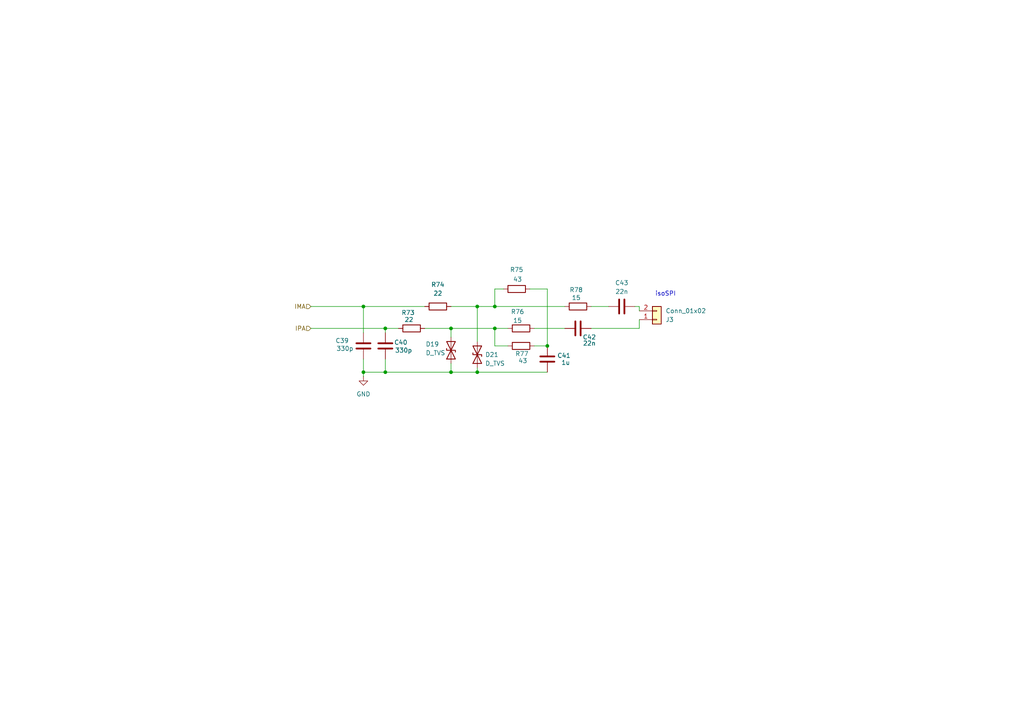
<source format=kicad_sch>
(kicad_sch
	(version 20231120)
	(generator "eeschema")
	(generator_version "8.0")
	(uuid "d48e6cb3-48f9-4c21-9baa-09f4c20a7826")
	(paper "A4")
	(lib_symbols
		(symbol "Connector_Generic:Conn_01x02"
			(pin_names
				(offset 1.016) hide)
			(exclude_from_sim no)
			(in_bom yes)
			(on_board yes)
			(property "Reference" "J"
				(at 0 2.54 0)
				(effects
					(font
						(size 1.27 1.27)
					)
				)
			)
			(property "Value" "Conn_01x02"
				(at 0 -5.08 0)
				(effects
					(font
						(size 1.27 1.27)
					)
				)
			)
			(property "Footprint" ""
				(at 0 0 0)
				(effects
					(font
						(size 1.27 1.27)
					)
					(hide yes)
				)
			)
			(property "Datasheet" "~"
				(at 0 0 0)
				(effects
					(font
						(size 1.27 1.27)
					)
					(hide yes)
				)
			)
			(property "Description" "Generic connector, single row, 01x02, script generated (kicad-library-utils/schlib/autogen/connector/)"
				(at 0 0 0)
				(effects
					(font
						(size 1.27 1.27)
					)
					(hide yes)
				)
			)
			(property "ki_keywords" "connector"
				(at 0 0 0)
				(effects
					(font
						(size 1.27 1.27)
					)
					(hide yes)
				)
			)
			(property "ki_fp_filters" "Connector*:*_1x??_*"
				(at 0 0 0)
				(effects
					(font
						(size 1.27 1.27)
					)
					(hide yes)
				)
			)
			(symbol "Conn_01x02_1_1"
				(rectangle
					(start -1.27 -2.413)
					(end 0 -2.667)
					(stroke
						(width 0.1524)
						(type default)
					)
					(fill
						(type none)
					)
				)
				(rectangle
					(start -1.27 0.127)
					(end 0 -0.127)
					(stroke
						(width 0.1524)
						(type default)
					)
					(fill
						(type none)
					)
				)
				(rectangle
					(start -1.27 1.27)
					(end 1.27 -3.81)
					(stroke
						(width 0.254)
						(type default)
					)
					(fill
						(type background)
					)
				)
				(pin passive line
					(at -5.08 0 0)
					(length 3.81)
					(name "Pin_1"
						(effects
							(font
								(size 1.27 1.27)
							)
						)
					)
					(number "1"
						(effects
							(font
								(size 1.27 1.27)
							)
						)
					)
				)
				(pin passive line
					(at -5.08 -2.54 0)
					(length 3.81)
					(name "Pin_2"
						(effects
							(font
								(size 1.27 1.27)
							)
						)
					)
					(number "2"
						(effects
							(font
								(size 1.27 1.27)
							)
						)
					)
				)
			)
		)
		(symbol "Device:C"
			(pin_numbers hide)
			(pin_names
				(offset 0.254)
			)
			(exclude_from_sim no)
			(in_bom yes)
			(on_board yes)
			(property "Reference" "C"
				(at 0.635 2.54 0)
				(effects
					(font
						(size 1.27 1.27)
					)
					(justify left)
				)
			)
			(property "Value" "C"
				(at 0.635 -2.54 0)
				(effects
					(font
						(size 1.27 1.27)
					)
					(justify left)
				)
			)
			(property "Footprint" ""
				(at 0.9652 -3.81 0)
				(effects
					(font
						(size 1.27 1.27)
					)
					(hide yes)
				)
			)
			(property "Datasheet" "~"
				(at 0 0 0)
				(effects
					(font
						(size 1.27 1.27)
					)
					(hide yes)
				)
			)
			(property "Description" "Unpolarized capacitor"
				(at 0 0 0)
				(effects
					(font
						(size 1.27 1.27)
					)
					(hide yes)
				)
			)
			(property "ki_keywords" "cap capacitor"
				(at 0 0 0)
				(effects
					(font
						(size 1.27 1.27)
					)
					(hide yes)
				)
			)
			(property "ki_fp_filters" "C_*"
				(at 0 0 0)
				(effects
					(font
						(size 1.27 1.27)
					)
					(hide yes)
				)
			)
			(symbol "C_0_1"
				(polyline
					(pts
						(xy -2.032 -0.762) (xy 2.032 -0.762)
					)
					(stroke
						(width 0.508)
						(type default)
					)
					(fill
						(type none)
					)
				)
				(polyline
					(pts
						(xy -2.032 0.762) (xy 2.032 0.762)
					)
					(stroke
						(width 0.508)
						(type default)
					)
					(fill
						(type none)
					)
				)
			)
			(symbol "C_1_1"
				(pin passive line
					(at 0 3.81 270)
					(length 2.794)
					(name "~"
						(effects
							(font
								(size 1.27 1.27)
							)
						)
					)
					(number "1"
						(effects
							(font
								(size 1.27 1.27)
							)
						)
					)
				)
				(pin passive line
					(at 0 -3.81 90)
					(length 2.794)
					(name "~"
						(effects
							(font
								(size 1.27 1.27)
							)
						)
					)
					(number "2"
						(effects
							(font
								(size 1.27 1.27)
							)
						)
					)
				)
			)
		)
		(symbol "Device:D_TVS"
			(pin_numbers hide)
			(pin_names
				(offset 1.016) hide)
			(exclude_from_sim no)
			(in_bom yes)
			(on_board yes)
			(property "Reference" "D"
				(at 0 2.54 0)
				(effects
					(font
						(size 1.27 1.27)
					)
				)
			)
			(property "Value" "D_TVS"
				(at 0 -2.54 0)
				(effects
					(font
						(size 1.27 1.27)
					)
				)
			)
			(property "Footprint" ""
				(at 0 0 0)
				(effects
					(font
						(size 1.27 1.27)
					)
					(hide yes)
				)
			)
			(property "Datasheet" "~"
				(at 0 0 0)
				(effects
					(font
						(size 1.27 1.27)
					)
					(hide yes)
				)
			)
			(property "Description" "Bidirectional transient-voltage-suppression diode"
				(at 0 0 0)
				(effects
					(font
						(size 1.27 1.27)
					)
					(hide yes)
				)
			)
			(property "ki_keywords" "diode TVS thyrector"
				(at 0 0 0)
				(effects
					(font
						(size 1.27 1.27)
					)
					(hide yes)
				)
			)
			(property "ki_fp_filters" "TO-???* *_Diode_* *SingleDiode* D_*"
				(at 0 0 0)
				(effects
					(font
						(size 1.27 1.27)
					)
					(hide yes)
				)
			)
			(symbol "D_TVS_0_1"
				(polyline
					(pts
						(xy 1.27 0) (xy -1.27 0)
					)
					(stroke
						(width 0)
						(type default)
					)
					(fill
						(type none)
					)
				)
				(polyline
					(pts
						(xy 0.508 1.27) (xy 0 1.27) (xy 0 -1.27) (xy -0.508 -1.27)
					)
					(stroke
						(width 0.254)
						(type default)
					)
					(fill
						(type none)
					)
				)
				(polyline
					(pts
						(xy -2.54 1.27) (xy -2.54 -1.27) (xy 2.54 1.27) (xy 2.54 -1.27) (xy -2.54 1.27)
					)
					(stroke
						(width 0.254)
						(type default)
					)
					(fill
						(type none)
					)
				)
			)
			(symbol "D_TVS_1_1"
				(pin passive line
					(at -3.81 0 0)
					(length 2.54)
					(name "A1"
						(effects
							(font
								(size 1.27 1.27)
							)
						)
					)
					(number "1"
						(effects
							(font
								(size 1.27 1.27)
							)
						)
					)
				)
				(pin passive line
					(at 3.81 0 180)
					(length 2.54)
					(name "A2"
						(effects
							(font
								(size 1.27 1.27)
							)
						)
					)
					(number "2"
						(effects
							(font
								(size 1.27 1.27)
							)
						)
					)
				)
			)
		)
		(symbol "Device:R"
			(pin_numbers hide)
			(pin_names
				(offset 0)
			)
			(exclude_from_sim no)
			(in_bom yes)
			(on_board yes)
			(property "Reference" "R"
				(at 2.032 0 90)
				(effects
					(font
						(size 1.27 1.27)
					)
				)
			)
			(property "Value" "R"
				(at 0 0 90)
				(effects
					(font
						(size 1.27 1.27)
					)
				)
			)
			(property "Footprint" ""
				(at -1.778 0 90)
				(effects
					(font
						(size 1.27 1.27)
					)
					(hide yes)
				)
			)
			(property "Datasheet" "~"
				(at 0 0 0)
				(effects
					(font
						(size 1.27 1.27)
					)
					(hide yes)
				)
			)
			(property "Description" "Resistor"
				(at 0 0 0)
				(effects
					(font
						(size 1.27 1.27)
					)
					(hide yes)
				)
			)
			(property "ki_keywords" "R res resistor"
				(at 0 0 0)
				(effects
					(font
						(size 1.27 1.27)
					)
					(hide yes)
				)
			)
			(property "ki_fp_filters" "R_*"
				(at 0 0 0)
				(effects
					(font
						(size 1.27 1.27)
					)
					(hide yes)
				)
			)
			(symbol "R_0_1"
				(rectangle
					(start -1.016 -2.54)
					(end 1.016 2.54)
					(stroke
						(width 0.254)
						(type default)
					)
					(fill
						(type none)
					)
				)
			)
			(symbol "R_1_1"
				(pin passive line
					(at 0 3.81 270)
					(length 1.27)
					(name "~"
						(effects
							(font
								(size 1.27 1.27)
							)
						)
					)
					(number "1"
						(effects
							(font
								(size 1.27 1.27)
							)
						)
					)
				)
				(pin passive line
					(at 0 -3.81 90)
					(length 1.27)
					(name "~"
						(effects
							(font
								(size 1.27 1.27)
							)
						)
					)
					(number "2"
						(effects
							(font
								(size 1.27 1.27)
							)
						)
					)
				)
			)
		)
		(symbol "power:GND1"
			(power)
			(pin_numbers hide)
			(pin_names
				(offset 0) hide)
			(exclude_from_sim no)
			(in_bom yes)
			(on_board yes)
			(property "Reference" "#PWR"
				(at 0 -6.35 0)
				(effects
					(font
						(size 1.27 1.27)
					)
					(hide yes)
				)
			)
			(property "Value" "GND1"
				(at 0 -3.81 0)
				(effects
					(font
						(size 1.27 1.27)
					)
				)
			)
			(property "Footprint" ""
				(at 0 0 0)
				(effects
					(font
						(size 1.27 1.27)
					)
					(hide yes)
				)
			)
			(property "Datasheet" ""
				(at 0 0 0)
				(effects
					(font
						(size 1.27 1.27)
					)
					(hide yes)
				)
			)
			(property "Description" "Power symbol creates a global label with name \"GND1\" , ground"
				(at 0 0 0)
				(effects
					(font
						(size 1.27 1.27)
					)
					(hide yes)
				)
			)
			(property "ki_keywords" "global power"
				(at 0 0 0)
				(effects
					(font
						(size 1.27 1.27)
					)
					(hide yes)
				)
			)
			(symbol "GND1_0_1"
				(polyline
					(pts
						(xy 0 0) (xy 0 -1.27) (xy 1.27 -1.27) (xy 0 -2.54) (xy -1.27 -1.27) (xy 0 -1.27)
					)
					(stroke
						(width 0)
						(type default)
					)
					(fill
						(type none)
					)
				)
			)
			(symbol "GND1_1_1"
				(pin power_in line
					(at 0 0 270)
					(length 0)
					(name "~"
						(effects
							(font
								(size 1.27 1.27)
							)
						)
					)
					(number "1"
						(effects
							(font
								(size 1.27 1.27)
							)
						)
					)
				)
			)
		)
	)
	(junction
		(at 111.76 95.25)
		(diameter 0)
		(color 0 0 0 0)
		(uuid "27747a79-7a87-4e2c-889c-e34232456a3b")
	)
	(junction
		(at 130.81 95.25)
		(diameter 0)
		(color 0 0 0 0)
		(uuid "3efd3828-bcf3-44be-8746-c8474ba7336f")
	)
	(junction
		(at 105.41 107.95)
		(diameter 0)
		(color 0 0 0 0)
		(uuid "557d22a6-7892-4929-90ab-7213a4e75e79")
	)
	(junction
		(at 138.43 107.95)
		(diameter 0)
		(color 0 0 0 0)
		(uuid "6ee50392-ed19-4179-9fa4-68ccc2a34caf")
	)
	(junction
		(at 143.51 95.25)
		(diameter 0)
		(color 0 0 0 0)
		(uuid "74fa3448-b83e-42cd-954e-7f304352d3b2")
	)
	(junction
		(at 111.76 107.95)
		(diameter 0)
		(color 0 0 0 0)
		(uuid "79de400e-8b9e-4d19-b5f3-5d2f62467be3")
	)
	(junction
		(at 105.41 88.9)
		(diameter 0)
		(color 0 0 0 0)
		(uuid "801e9bda-02c2-4be8-86e3-48d12336e4d8")
	)
	(junction
		(at 138.43 88.9)
		(diameter 0)
		(color 0 0 0 0)
		(uuid "8975269e-ee44-40f1-9e31-f0e2ed6cf545")
	)
	(junction
		(at 158.75 100.33)
		(diameter 0)
		(color 0 0 0 0)
		(uuid "c1caf8f8-47ee-4eb2-89bc-37197a3c09e1")
	)
	(junction
		(at 143.51 88.9)
		(diameter 0)
		(color 0 0 0 0)
		(uuid "d6912f87-9c95-491e-bcdb-e359f7213edd")
	)
	(junction
		(at 130.81 107.95)
		(diameter 0)
		(color 0 0 0 0)
		(uuid "e8a5bd47-4f89-42e8-8c7c-0efcfa574a61")
	)
	(wire
		(pts
			(xy 130.81 107.95) (xy 138.43 107.95)
		)
		(stroke
			(width 0)
			(type default)
		)
		(uuid "01e4a656-02e0-4890-88fb-4b1e22584473")
	)
	(wire
		(pts
			(xy 184.15 88.9) (xy 185.42 88.9)
		)
		(stroke
			(width 0)
			(type default)
		)
		(uuid "0ed241c6-af8b-4980-84c2-4714e50cb877")
	)
	(wire
		(pts
			(xy 171.45 95.25) (xy 185.42 95.25)
		)
		(stroke
			(width 0)
			(type default)
		)
		(uuid "18869571-1810-4cbc-9d8a-27ddf63b8926")
	)
	(wire
		(pts
			(xy 143.51 95.25) (xy 143.51 100.33)
		)
		(stroke
			(width 0)
			(type default)
		)
		(uuid "20c2e0e0-6560-42c8-b958-99b1409c241b")
	)
	(wire
		(pts
			(xy 111.76 107.95) (xy 130.81 107.95)
		)
		(stroke
			(width 0)
			(type default)
		)
		(uuid "24205c3a-1d33-4c04-a27e-02bd7f2d5f17")
	)
	(wire
		(pts
			(xy 105.41 96.52) (xy 105.41 88.9)
		)
		(stroke
			(width 0)
			(type default)
		)
		(uuid "28a0e3db-8cb0-4f55-912d-d414412dbfd3")
	)
	(wire
		(pts
			(xy 123.19 95.25) (xy 130.81 95.25)
		)
		(stroke
			(width 0)
			(type default)
		)
		(uuid "30193b1c-27b9-4566-b06d-b49c47e2cd48")
	)
	(wire
		(pts
			(xy 143.51 100.33) (xy 147.32 100.33)
		)
		(stroke
			(width 0)
			(type default)
		)
		(uuid "36d3a036-16c6-4cf0-8e37-8208f18bfd82")
	)
	(wire
		(pts
			(xy 138.43 107.95) (xy 158.75 107.95)
		)
		(stroke
			(width 0)
			(type default)
		)
		(uuid "3d73bbdf-a4bc-447b-853a-94286719e889")
	)
	(wire
		(pts
			(xy 105.41 107.95) (xy 105.41 104.14)
		)
		(stroke
			(width 0)
			(type default)
		)
		(uuid "3db4047c-7c38-46fe-80dc-95631e1c3e1e")
	)
	(wire
		(pts
			(xy 111.76 96.52) (xy 111.76 95.25)
		)
		(stroke
			(width 0)
			(type default)
		)
		(uuid "4cdb9f5f-83b9-40a0-9136-897d82bdfb17")
	)
	(wire
		(pts
			(xy 143.51 95.25) (xy 147.32 95.25)
		)
		(stroke
			(width 0)
			(type default)
		)
		(uuid "5a37aee1-6e9b-4b1c-a9f7-bbe4a4f4388d")
	)
	(wire
		(pts
			(xy 105.41 107.95) (xy 105.41 109.22)
		)
		(stroke
			(width 0)
			(type default)
		)
		(uuid "5a3d013f-fde2-45b4-b9cd-5ead0849d67e")
	)
	(wire
		(pts
			(xy 138.43 88.9) (xy 143.51 88.9)
		)
		(stroke
			(width 0)
			(type default)
		)
		(uuid "5c365213-1d49-4bbc-bea7-da96b6315abe")
	)
	(wire
		(pts
			(xy 130.81 105.41) (xy 130.81 107.95)
		)
		(stroke
			(width 0)
			(type default)
		)
		(uuid "5f0abe0d-10db-49ef-9119-8866c99c0c75")
	)
	(wire
		(pts
			(xy 185.42 88.9) (xy 185.42 90.17)
		)
		(stroke
			(width 0)
			(type default)
		)
		(uuid "5fb472d5-e175-4105-8606-bf4510734575")
	)
	(wire
		(pts
			(xy 176.53 88.9) (xy 171.45 88.9)
		)
		(stroke
			(width 0)
			(type default)
		)
		(uuid "6aac2063-4208-4e8d-952c-9887588f97e1")
	)
	(wire
		(pts
			(xy 105.41 88.9) (xy 123.19 88.9)
		)
		(stroke
			(width 0)
			(type default)
		)
		(uuid "73d5b69b-e9a7-4174-a1c7-150384ed568d")
	)
	(wire
		(pts
			(xy 90.17 88.9) (xy 105.41 88.9)
		)
		(stroke
			(width 0)
			(type default)
		)
		(uuid "758599b1-289b-4c68-bebf-42cf72bdff42")
	)
	(wire
		(pts
			(xy 154.94 95.25) (xy 163.83 95.25)
		)
		(stroke
			(width 0)
			(type default)
		)
		(uuid "795edb72-f623-4a43-8d8c-84c5ee3256e2")
	)
	(wire
		(pts
			(xy 143.51 83.82) (xy 146.05 83.82)
		)
		(stroke
			(width 0)
			(type default)
		)
		(uuid "79ac7c54-d381-4f22-ae5f-c75422c47c99")
	)
	(wire
		(pts
			(xy 130.81 95.25) (xy 130.81 97.79)
		)
		(stroke
			(width 0)
			(type default)
		)
		(uuid "802c67c7-f973-4629-bae3-7cbff69f0f7e")
	)
	(wire
		(pts
			(xy 143.51 88.9) (xy 143.51 83.82)
		)
		(stroke
			(width 0)
			(type default)
		)
		(uuid "853e297e-19ef-4037-a64c-84970b525742")
	)
	(wire
		(pts
			(xy 153.67 83.82) (xy 158.75 83.82)
		)
		(stroke
			(width 0)
			(type default)
		)
		(uuid "86bd3470-67c7-49ba-a5c6-4e4025f318db")
	)
	(wire
		(pts
			(xy 111.76 95.25) (xy 115.57 95.25)
		)
		(stroke
			(width 0)
			(type default)
		)
		(uuid "890089d1-52ad-419f-b45f-c9957b883eb4")
	)
	(wire
		(pts
			(xy 90.17 95.25) (xy 111.76 95.25)
		)
		(stroke
			(width 0)
			(type default)
		)
		(uuid "8fd263cc-b2ad-45c1-899a-98d687fb2ee3")
	)
	(wire
		(pts
			(xy 143.51 88.9) (xy 163.83 88.9)
		)
		(stroke
			(width 0)
			(type default)
		)
		(uuid "935dbff3-f1fa-4fff-a54f-2a16b4603c5a")
	)
	(wire
		(pts
			(xy 138.43 106.68) (xy 138.43 107.95)
		)
		(stroke
			(width 0)
			(type default)
		)
		(uuid "9c96c272-bf40-4b39-a3d1-e9244ecb4330")
	)
	(wire
		(pts
			(xy 130.81 88.9) (xy 138.43 88.9)
		)
		(stroke
			(width 0)
			(type default)
		)
		(uuid "a32c16de-66c0-4750-a773-b5a364079b7e")
	)
	(wire
		(pts
			(xy 158.75 83.82) (xy 158.75 100.33)
		)
		(stroke
			(width 0)
			(type default)
		)
		(uuid "b36ea9f0-7589-43f9-be9e-ffb5a0fc146f")
	)
	(wire
		(pts
			(xy 138.43 88.9) (xy 138.43 99.06)
		)
		(stroke
			(width 0)
			(type default)
		)
		(uuid "d9023391-99b4-4e2f-9b87-7b5fc5881d56")
	)
	(wire
		(pts
			(xy 105.41 107.95) (xy 111.76 107.95)
		)
		(stroke
			(width 0)
			(type default)
		)
		(uuid "dadd7f17-958b-420d-876f-5f6e18bc5e89")
	)
	(wire
		(pts
			(xy 158.75 100.33) (xy 154.94 100.33)
		)
		(stroke
			(width 0)
			(type default)
		)
		(uuid "dd8c9508-aa90-4e48-8048-a75f7c43bf9a")
	)
	(wire
		(pts
			(xy 130.81 95.25) (xy 143.51 95.25)
		)
		(stroke
			(width 0)
			(type default)
		)
		(uuid "f026c035-fed3-4485-b8f2-62005f35ab7e")
	)
	(wire
		(pts
			(xy 111.76 104.14) (xy 111.76 107.95)
		)
		(stroke
			(width 0)
			(type default)
		)
		(uuid "f1a6ad41-95d4-4d23-a627-4f07b038a1a6")
	)
	(wire
		(pts
			(xy 185.42 92.71) (xy 185.42 95.25)
		)
		(stroke
			(width 0)
			(type default)
		)
		(uuid "f29fe388-159e-4d60-be0c-8358c9c0114e")
	)
	(text "isoSPI\n\n\n\n"
		(exclude_from_sim no)
		(at 193.04 88.392 0)
		(effects
			(font
				(size 1.27 1.27)
			)
		)
		(uuid "d1f6a8ce-ee8d-40f3-901a-b29c9f0545d6")
	)
	(hierarchical_label "IMA"
		(shape input)
		(at 90.17 88.9 180)
		(fields_autoplaced yes)
		(effects
			(font
				(size 1.27 1.27)
			)
			(justify right)
		)
		(uuid "12576b78-c8ca-4bf6-a82e-1b29c080d7a3")
	)
	(hierarchical_label "IPA"
		(shape input)
		(at 90.17 95.25 180)
		(fields_autoplaced yes)
		(effects
			(font
				(size 1.27 1.27)
			)
			(justify right)
		)
		(uuid "bd63a786-ee0a-4f30-923f-ae4345751c20")
	)
	(symbol
		(lib_id "Device:R")
		(at 119.38 95.25 90)
		(unit 1)
		(exclude_from_sim no)
		(in_bom yes)
		(on_board yes)
		(dnp no)
		(uuid "1372b5c7-6867-4a66-8226-a73bcc558268")
		(property "Reference" "R73"
			(at 118.364 90.678 90)
			(effects
				(font
					(size 1.27 1.27)
				)
			)
		)
		(property "Value" "22"
			(at 118.618 92.71 90)
			(effects
				(font
					(size 1.27 1.27)
				)
			)
		)
		(property "Footprint" ""
			(at 119.38 97.028 90)
			(effects
				(font
					(size 1.27 1.27)
				)
				(hide yes)
			)
		)
		(property "Datasheet" "~"
			(at 119.38 95.25 0)
			(effects
				(font
					(size 1.27 1.27)
				)
				(hide yes)
			)
		)
		(property "Description" "Resistor"
			(at 119.38 95.25 0)
			(effects
				(font
					(size 1.27 1.27)
				)
				(hide yes)
			)
		)
		(pin "2"
			(uuid "a2c4b387-0961-4ea1-9bd8-78a30e62de18")
		)
		(pin "1"
			(uuid "e907b97c-7d1a-4c71-8bdc-def1b2c77845")
		)
		(instances
			(project "FT25_AMS_Slave"
				(path "/64eac9c4-e018-49db-b598-a7107a0db15b/018c20c0-8735-4c0a-80fe-7c0fb19f9c30"
					(reference "R73")
					(unit 1)
				)
			)
		)
	)
	(symbol
		(lib_id "Device:C")
		(at 158.75 104.14 180)
		(unit 1)
		(exclude_from_sim no)
		(in_bom yes)
		(on_board yes)
		(dnp no)
		(uuid "16159533-944f-49e1-9dbc-80d921094667")
		(property "Reference" "C41"
			(at 163.576 103.124 0)
			(effects
				(font
					(size 1.27 1.27)
				)
			)
		)
		(property "Value" "1u"
			(at 164.084 105.156 0)
			(effects
				(font
					(size 1.27 1.27)
				)
			)
		)
		(property "Footprint" ""
			(at 157.7848 100.33 0)
			(effects
				(font
					(size 1.27 1.27)
				)
				(hide yes)
			)
		)
		(property "Datasheet" "~"
			(at 158.75 104.14 0)
			(effects
				(font
					(size 1.27 1.27)
				)
				(hide yes)
			)
		)
		(property "Description" "Unpolarized capacitor"
			(at 158.75 104.14 0)
			(effects
				(font
					(size 1.27 1.27)
				)
				(hide yes)
			)
		)
		(pin "1"
			(uuid "6facaa07-8850-4900-8ae4-e8423ccdddb9")
		)
		(pin "2"
			(uuid "a9708add-14c1-4d90-8238-e21d10a308b3")
		)
		(instances
			(project "FT25_AMS_Slave"
				(path "/64eac9c4-e018-49db-b598-a7107a0db15b/018c20c0-8735-4c0a-80fe-7c0fb19f9c30"
					(reference "C41")
					(unit 1)
				)
			)
		)
	)
	(symbol
		(lib_id "Connector_Generic:Conn_01x02")
		(at 190.5 92.71 0)
		(mirror x)
		(unit 1)
		(exclude_from_sim no)
		(in_bom yes)
		(on_board yes)
		(dnp no)
		(uuid "26a07cf5-7b3d-4324-bb08-5e4032a32f11")
		(property "Reference" "J3"
			(at 193.04 92.7101 0)
			(effects
				(font
					(size 1.27 1.27)
				)
				(justify left)
			)
		)
		(property "Value" "Conn_01x02"
			(at 193.04 90.1701 0)
			(effects
				(font
					(size 1.27 1.27)
				)
				(justify left)
			)
		)
		(property "Footprint" ""
			(at 190.5 92.71 0)
			(effects
				(font
					(size 1.27 1.27)
				)
				(hide yes)
			)
		)
		(property "Datasheet" "~"
			(at 190.5 92.71 0)
			(effects
				(font
					(size 1.27 1.27)
				)
				(hide yes)
			)
		)
		(property "Description" "Generic connector, single row, 01x02, script generated (kicad-library-utils/schlib/autogen/connector/)"
			(at 190.5 92.71 0)
			(effects
				(font
					(size 1.27 1.27)
				)
				(hide yes)
			)
		)
		(pin "1"
			(uuid "64c45bbe-ea40-441a-967a-d54b2674cdb4")
		)
		(pin "2"
			(uuid "24c05bdd-fee5-4cba-8fca-497aea8e7086")
		)
		(instances
			(project "FT25_AMS_Slave"
				(path "/64eac9c4-e018-49db-b598-a7107a0db15b/018c20c0-8735-4c0a-80fe-7c0fb19f9c30"
					(reference "J3")
					(unit 1)
				)
			)
		)
	)
	(symbol
		(lib_id "Device:D_TVS")
		(at 130.81 101.6 90)
		(unit 1)
		(exclude_from_sim no)
		(in_bom yes)
		(on_board yes)
		(dnp no)
		(uuid "533fe23e-6839-47ab-93d1-9e3588754b8d")
		(property "Reference" "D19"
			(at 123.444 99.822 90)
			(effects
				(font
					(size 1.27 1.27)
				)
				(justify right)
			)
		)
		(property "Value" "D_TVS"
			(at 123.444 102.362 90)
			(effects
				(font
					(size 1.27 1.27)
				)
				(justify right)
			)
		)
		(property "Footprint" ""
			(at 130.81 101.6 0)
			(effects
				(font
					(size 1.27 1.27)
				)
				(hide yes)
			)
		)
		(property "Datasheet" "~"
			(at 130.81 101.6 0)
			(effects
				(font
					(size 1.27 1.27)
				)
				(hide yes)
			)
		)
		(property "Description" "Bidirectional transient-voltage-suppression diode"
			(at 130.81 101.6 0)
			(effects
				(font
					(size 1.27 1.27)
				)
				(hide yes)
			)
		)
		(pin "1"
			(uuid "58345dcc-feaf-4fb0-b34a-7709a493e570")
		)
		(pin "2"
			(uuid "f9e66fd0-fbc0-4f8b-a0b5-b4983ca94209")
		)
		(instances
			(project "FT25_AMS_Slave"
				(path "/64eac9c4-e018-49db-b598-a7107a0db15b/018c20c0-8735-4c0a-80fe-7c0fb19f9c30"
					(reference "D19")
					(unit 1)
				)
			)
		)
	)
	(symbol
		(lib_id "Device:R")
		(at 127 88.9 90)
		(unit 1)
		(exclude_from_sim no)
		(in_bom yes)
		(on_board yes)
		(dnp no)
		(fields_autoplaced yes)
		(uuid "56d0e9a5-f52e-4af5-9819-077bd7203617")
		(property "Reference" "R74"
			(at 127 82.55 90)
			(effects
				(font
					(size 1.27 1.27)
				)
			)
		)
		(property "Value" "22"
			(at 127 85.09 90)
			(effects
				(font
					(size 1.27 1.27)
				)
			)
		)
		(property "Footprint" ""
			(at 127 90.678 90)
			(effects
				(font
					(size 1.27 1.27)
				)
				(hide yes)
			)
		)
		(property "Datasheet" "~"
			(at 127 88.9 0)
			(effects
				(font
					(size 1.27 1.27)
				)
				(hide yes)
			)
		)
		(property "Description" "Resistor"
			(at 127 88.9 0)
			(effects
				(font
					(size 1.27 1.27)
				)
				(hide yes)
			)
		)
		(pin "2"
			(uuid "39898046-455c-40a1-b731-5e012b2a5df0")
		)
		(pin "1"
			(uuid "f4e119e9-8e01-4811-a783-6c121fdd2781")
		)
		(instances
			(project "FT25_AMS_Slave"
				(path "/64eac9c4-e018-49db-b598-a7107a0db15b/018c20c0-8735-4c0a-80fe-7c0fb19f9c30"
					(reference "R74")
					(unit 1)
				)
			)
		)
	)
	(symbol
		(lib_id "power:GND1")
		(at 105.41 109.22 0)
		(unit 1)
		(exclude_from_sim no)
		(in_bom yes)
		(on_board yes)
		(dnp no)
		(fields_autoplaced yes)
		(uuid "58ba4fb2-1a94-4284-9d89-ae3ad0840831")
		(property "Reference" "#PWR0101"
			(at 105.41 115.57 0)
			(effects
				(font
					(size 1.27 1.27)
				)
				(hide yes)
			)
		)
		(property "Value" "GND"
			(at 105.41 114.3 0)
			(effects
				(font
					(size 1.27 1.27)
				)
			)
		)
		(property "Footprint" ""
			(at 105.41 109.22 0)
			(effects
				(font
					(size 1.27 1.27)
				)
				(hide yes)
			)
		)
		(property "Datasheet" ""
			(at 105.41 109.22 0)
			(effects
				(font
					(size 1.27 1.27)
				)
				(hide yes)
			)
		)
		(property "Description" "Power symbol creates a global label with name \"GND1\" , ground"
			(at 105.41 109.22 0)
			(effects
				(font
					(size 1.27 1.27)
				)
				(hide yes)
			)
		)
		(pin "1"
			(uuid "34a606a4-6322-4719-a634-1b2397489274")
		)
		(instances
			(project "FT25_AMS_Slave"
				(path "/64eac9c4-e018-49db-b598-a7107a0db15b/018c20c0-8735-4c0a-80fe-7c0fb19f9c30"
					(reference "#PWR0101")
					(unit 1)
				)
			)
		)
	)
	(symbol
		(lib_id "Device:R")
		(at 151.13 95.25 90)
		(unit 1)
		(exclude_from_sim no)
		(in_bom yes)
		(on_board yes)
		(dnp no)
		(uuid "5903f021-29e1-4e6a-99b1-90f2f7ae08e7")
		(property "Reference" "R76"
			(at 150.114 90.424 90)
			(effects
				(font
					(size 1.27 1.27)
				)
			)
		)
		(property "Value" "15"
			(at 150.114 92.964 90)
			(effects
				(font
					(size 1.27 1.27)
				)
			)
		)
		(property "Footprint" ""
			(at 151.13 97.028 90)
			(effects
				(font
					(size 1.27 1.27)
				)
				(hide yes)
			)
		)
		(property "Datasheet" "~"
			(at 151.13 95.25 0)
			(effects
				(font
					(size 1.27 1.27)
				)
				(hide yes)
			)
		)
		(property "Description" "Resistor"
			(at 151.13 95.25 0)
			(effects
				(font
					(size 1.27 1.27)
				)
				(hide yes)
			)
		)
		(pin "2"
			(uuid "91fb6e14-5c38-4ff5-8a6f-80366aae905f")
		)
		(pin "1"
			(uuid "ae0b4e4c-f6f1-4502-9898-f9792889c4a9")
		)
		(instances
			(project "FT25_AMS_Slave"
				(path "/64eac9c4-e018-49db-b598-a7107a0db15b/018c20c0-8735-4c0a-80fe-7c0fb19f9c30"
					(reference "R76")
					(unit 1)
				)
			)
		)
	)
	(symbol
		(lib_id "Device:C")
		(at 105.41 100.33 0)
		(unit 1)
		(exclude_from_sim no)
		(in_bom yes)
		(on_board yes)
		(dnp no)
		(uuid "5bacaeb4-0c4e-472f-9421-2c05c2687088")
		(property "Reference" "C39"
			(at 97.282 98.806 0)
			(effects
				(font
					(size 1.27 1.27)
				)
				(justify left)
			)
		)
		(property "Value" "330p"
			(at 97.536 101.092 0)
			(effects
				(font
					(size 1.27 1.27)
				)
				(justify left)
			)
		)
		(property "Footprint" ""
			(at 106.3752 104.14 0)
			(effects
				(font
					(size 1.27 1.27)
				)
				(hide yes)
			)
		)
		(property "Datasheet" "~"
			(at 105.41 100.33 0)
			(effects
				(font
					(size 1.27 1.27)
				)
				(hide yes)
			)
		)
		(property "Description" "Unpolarized capacitor"
			(at 105.41 100.33 0)
			(effects
				(font
					(size 1.27 1.27)
				)
				(hide yes)
			)
		)
		(pin "2"
			(uuid "114e5e4d-e2c0-4da8-be91-9369a2f3fbac")
		)
		(pin "1"
			(uuid "3c55e47e-b0e5-4e13-a54f-e20651ed08ab")
		)
		(instances
			(project "FT25_AMS_Slave"
				(path "/64eac9c4-e018-49db-b598-a7107a0db15b/018c20c0-8735-4c0a-80fe-7c0fb19f9c30"
					(reference "C39")
					(unit 1)
				)
			)
		)
	)
	(symbol
		(lib_id "Device:C")
		(at 111.76 100.33 0)
		(unit 1)
		(exclude_from_sim no)
		(in_bom yes)
		(on_board yes)
		(dnp no)
		(uuid "98dbe90f-0b46-4d3d-a205-3276b2e8b0c4")
		(property "Reference" "C40"
			(at 114.3 99.314 0)
			(effects
				(font
					(size 1.27 1.27)
				)
				(justify left)
			)
		)
		(property "Value" "330p"
			(at 114.554 101.6 0)
			(effects
				(font
					(size 1.27 1.27)
				)
				(justify left)
			)
		)
		(property "Footprint" ""
			(at 112.7252 104.14 0)
			(effects
				(font
					(size 1.27 1.27)
				)
				(hide yes)
			)
		)
		(property "Datasheet" "~"
			(at 111.76 100.33 0)
			(effects
				(font
					(size 1.27 1.27)
				)
				(hide yes)
			)
		)
		(property "Description" "Unpolarized capacitor"
			(at 111.76 100.33 0)
			(effects
				(font
					(size 1.27 1.27)
				)
				(hide yes)
			)
		)
		(pin "2"
			(uuid "842c4eaa-40e1-4939-9408-13f6b61b6a49")
		)
		(pin "1"
			(uuid "a6bad696-3fe9-49c9-a55f-105ff26920d4")
		)
		(instances
			(project "FT25_AMS_Slave"
				(path "/64eac9c4-e018-49db-b598-a7107a0db15b/018c20c0-8735-4c0a-80fe-7c0fb19f9c30"
					(reference "C40")
					(unit 1)
				)
			)
		)
	)
	(symbol
		(lib_id "Device:C")
		(at 180.34 88.9 90)
		(unit 1)
		(exclude_from_sim no)
		(in_bom yes)
		(on_board yes)
		(dnp no)
		(uuid "a1b0bd5a-5aab-4eff-abc2-5ce47b40c0d6")
		(property "Reference" "C43"
			(at 180.34 82.042 90)
			(effects
				(font
					(size 1.27 1.27)
				)
			)
		)
		(property "Value" "22n"
			(at 180.34 84.582 90)
			(effects
				(font
					(size 1.27 1.27)
				)
			)
		)
		(property "Footprint" ""
			(at 184.15 87.9348 0)
			(effects
				(font
					(size 1.27 1.27)
				)
				(hide yes)
			)
		)
		(property "Datasheet" "~"
			(at 180.34 88.9 0)
			(effects
				(font
					(size 1.27 1.27)
				)
				(hide yes)
			)
		)
		(property "Description" "Unpolarized capacitor"
			(at 180.34 88.9 0)
			(effects
				(font
					(size 1.27 1.27)
				)
				(hide yes)
			)
		)
		(pin "2"
			(uuid "8e88e72f-2ef2-425e-9eb5-4fb813d469fe")
		)
		(pin "1"
			(uuid "ef738a39-7a86-4245-aa60-72ba56769c84")
		)
		(instances
			(project "FT25_AMS_Slave"
				(path "/64eac9c4-e018-49db-b598-a7107a0db15b/018c20c0-8735-4c0a-80fe-7c0fb19f9c30"
					(reference "C43")
					(unit 1)
				)
			)
		)
	)
	(symbol
		(lib_id "Device:R")
		(at 149.86 83.82 270)
		(unit 1)
		(exclude_from_sim no)
		(in_bom yes)
		(on_board yes)
		(dnp no)
		(uuid "bf44afe9-3c96-4f7d-8b9c-86216000dacb")
		(property "Reference" "R75"
			(at 149.86 78.232 90)
			(effects
				(font
					(size 1.27 1.27)
				)
			)
		)
		(property "Value" "43"
			(at 150.114 81.026 90)
			(effects
				(font
					(size 1.27 1.27)
				)
			)
		)
		(property "Footprint" ""
			(at 149.86 82.042 90)
			(effects
				(font
					(size 1.27 1.27)
				)
				(hide yes)
			)
		)
		(property "Datasheet" "~"
			(at 149.86 83.82 0)
			(effects
				(font
					(size 1.27 1.27)
				)
				(hide yes)
			)
		)
		(property "Description" "Resistor"
			(at 149.86 83.82 0)
			(effects
				(font
					(size 1.27 1.27)
				)
				(hide yes)
			)
		)
		(pin "2"
			(uuid "deacd835-c812-4599-bee9-4e664fb3d108")
		)
		(pin "1"
			(uuid "1d9e75d2-cb50-4585-aad3-8f97157a5ab9")
		)
		(instances
			(project "FT25_AMS_Slave"
				(path "/64eac9c4-e018-49db-b598-a7107a0db15b/018c20c0-8735-4c0a-80fe-7c0fb19f9c30"
					(reference "R75")
					(unit 1)
				)
			)
		)
	)
	(symbol
		(lib_id "Device:D_TVS")
		(at 138.43 102.87 90)
		(unit 1)
		(exclude_from_sim no)
		(in_bom yes)
		(on_board yes)
		(dnp no)
		(uuid "d986dc03-7366-4526-85c1-56eaeb681381")
		(property "Reference" "D21"
			(at 140.716 102.87 90)
			(effects
				(font
					(size 1.27 1.27)
				)
				(justify right)
			)
		)
		(property "Value" "D_TVS"
			(at 140.716 105.41 90)
			(effects
				(font
					(size 1.27 1.27)
				)
				(justify right)
			)
		)
		(property "Footprint" ""
			(at 138.43 102.87 0)
			(effects
				(font
					(size 1.27 1.27)
				)
				(hide yes)
			)
		)
		(property "Datasheet" "~"
			(at 138.43 102.87 0)
			(effects
				(font
					(size 1.27 1.27)
				)
				(hide yes)
			)
		)
		(property "Description" "Bidirectional transient-voltage-suppression diode"
			(at 138.43 102.87 0)
			(effects
				(font
					(size 1.27 1.27)
				)
				(hide yes)
			)
		)
		(pin "1"
			(uuid "d6271bb3-0f55-4fe2-ba6f-0caad2358683")
		)
		(pin "2"
			(uuid "d3ba82a9-2554-47e1-9b8c-0ae404e50f43")
		)
		(instances
			(project "FT25_AMS_Slave"
				(path "/64eac9c4-e018-49db-b598-a7107a0db15b/018c20c0-8735-4c0a-80fe-7c0fb19f9c30"
					(reference "D21")
					(unit 1)
				)
			)
		)
	)
	(symbol
		(lib_id "Device:R")
		(at 167.64 88.9 90)
		(unit 1)
		(exclude_from_sim no)
		(in_bom yes)
		(on_board yes)
		(dnp no)
		(uuid "ddef2b04-a7ff-419d-b405-65e68a01d134")
		(property "Reference" "R78"
			(at 167.132 84.074 90)
			(effects
				(font
					(size 1.27 1.27)
				)
			)
		)
		(property "Value" "15"
			(at 167.132 86.36 90)
			(effects
				(font
					(size 1.27 1.27)
				)
			)
		)
		(property "Footprint" ""
			(at 167.64 90.678 90)
			(effects
				(font
					(size 1.27 1.27)
				)
				(hide yes)
			)
		)
		(property "Datasheet" "~"
			(at 167.64 88.9 0)
			(effects
				(font
					(size 1.27 1.27)
				)
				(hide yes)
			)
		)
		(property "Description" "Resistor"
			(at 167.64 88.9 0)
			(effects
				(font
					(size 1.27 1.27)
				)
				(hide yes)
			)
		)
		(pin "2"
			(uuid "033f8c46-eb16-4509-9509-88cc53f2ba81")
		)
		(pin "1"
			(uuid "150ff61d-fc92-4bd2-912b-4818ec8b3d47")
		)
		(instances
			(project "FT25_AMS_Slave"
				(path "/64eac9c4-e018-49db-b598-a7107a0db15b/018c20c0-8735-4c0a-80fe-7c0fb19f9c30"
					(reference "R78")
					(unit 1)
				)
			)
		)
	)
	(symbol
		(lib_id "Device:R")
		(at 151.13 100.33 270)
		(unit 1)
		(exclude_from_sim no)
		(in_bom yes)
		(on_board yes)
		(dnp no)
		(uuid "ea2b9030-e8d7-4db7-966b-29b7c7e3c952")
		(property "Reference" "R77"
			(at 151.384 102.616 90)
			(effects
				(font
					(size 1.27 1.27)
				)
			)
		)
		(property "Value" "43"
			(at 151.638 104.648 90)
			(effects
				(font
					(size 1.27 1.27)
				)
			)
		)
		(property "Footprint" ""
			(at 151.13 98.552 90)
			(effects
				(font
					(size 1.27 1.27)
				)
				(hide yes)
			)
		)
		(property "Datasheet" "~"
			(at 151.13 100.33 0)
			(effects
				(font
					(size 1.27 1.27)
				)
				(hide yes)
			)
		)
		(property "Description" "Resistor"
			(at 151.13 100.33 0)
			(effects
				(font
					(size 1.27 1.27)
				)
				(hide yes)
			)
		)
		(pin "2"
			(uuid "f9516397-aef1-43ca-ba2f-c9206de1b8c6")
		)
		(pin "1"
			(uuid "a7b96f1f-4873-433b-8920-d75c128654f0")
		)
		(instances
			(project "FT25_AMS_Slave"
				(path "/64eac9c4-e018-49db-b598-a7107a0db15b/018c20c0-8735-4c0a-80fe-7c0fb19f9c30"
					(reference "R77")
					(unit 1)
				)
			)
		)
	)
	(symbol
		(lib_id "Device:C")
		(at 167.64 95.25 90)
		(unit 1)
		(exclude_from_sim no)
		(in_bom yes)
		(on_board yes)
		(dnp no)
		(uuid "f942626e-ee18-4b98-ae04-52938b725b11")
		(property "Reference" "C42"
			(at 170.942 97.79 90)
			(effects
				(font
					(size 1.27 1.27)
				)
			)
		)
		(property "Value" "22n"
			(at 170.942 99.568 90)
			(effects
				(font
					(size 1.27 1.27)
				)
			)
		)
		(property "Footprint" ""
			(at 171.45 94.2848 0)
			(effects
				(font
					(size 1.27 1.27)
				)
				(hide yes)
			)
		)
		(property "Datasheet" "~"
			(at 167.64 95.25 0)
			(effects
				(font
					(size 1.27 1.27)
				)
				(hide yes)
			)
		)
		(property "Description" "Unpolarized capacitor"
			(at 167.64 95.25 0)
			(effects
				(font
					(size 1.27 1.27)
				)
				(hide yes)
			)
		)
		(pin "2"
			(uuid "eb0c102c-878f-46b9-b771-af058c8026cb")
		)
		(pin "1"
			(uuid "11fb42c6-3c77-42bb-8f61-bfa7fb2cc3d7")
		)
		(instances
			(project "FT25_AMS_Slave"
				(path "/64eac9c4-e018-49db-b598-a7107a0db15b/018c20c0-8735-4c0a-80fe-7c0fb19f9c30"
					(reference "C42")
					(unit 1)
				)
			)
		)
	)
)

</source>
